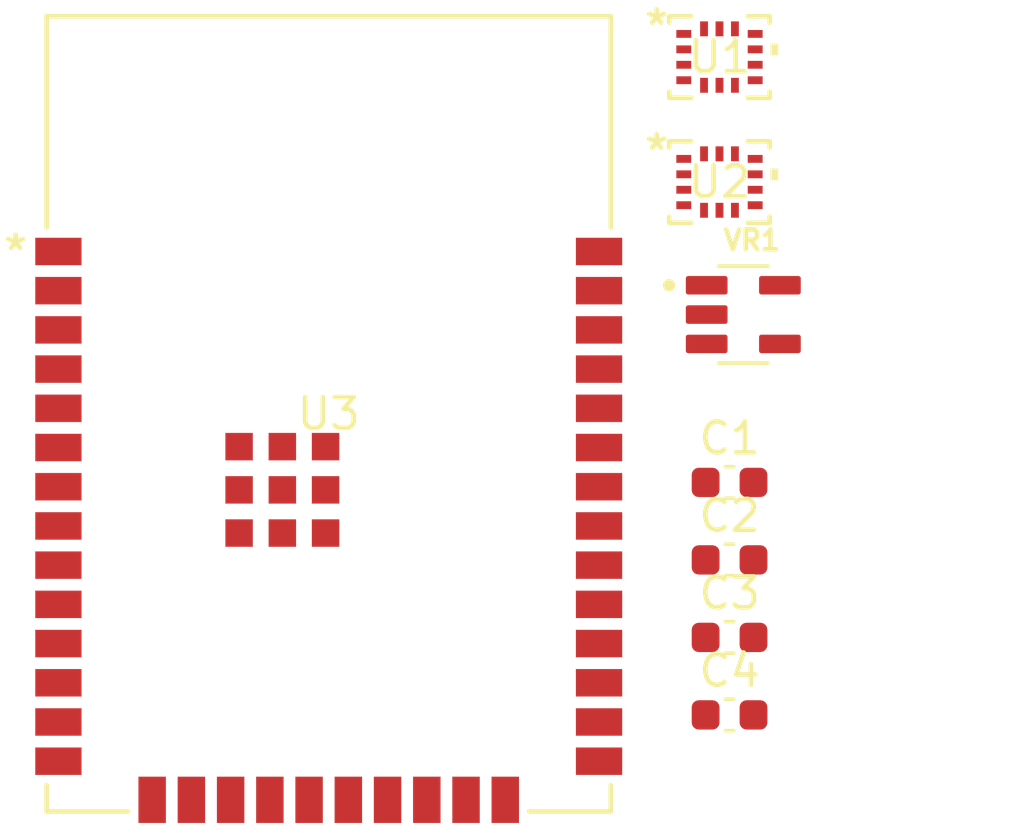
<source format=kicad_pcb>
(kicad_pcb (version 20241229) (generator "pcbnew") (generator_version "9.0")
  (layers (0 "F.Cu" signal) (2 "B.Cu" signal) (13 "F.Paste" user) (15 "B.Paste" user) (5 "F.SilkS" user "F.Silkscreen") (7 "B.SilkS" user "B.Silkscreen") (1 "F.Mask" user) (3 "B.Mask" user) (25 "Edge.Cuts" user))
  (net 0 "")
  (net 1 "Net-(M1-+)")
  (net 2 "/VCC")
  (net 3 "/BAT")
  (net 4 "GND")
  (net 5 "+1V0")
  (net 6 "Net-(M1--)")
  (net 7 "Net-(U1-IN2)")
  (net 8 "Net-(U1-IN1)")
  (net 9 "Net-(U2-SDX)")
  (net 12 "Net-(U2-INT1)")
  (net 14 "Net-(U2-INT2)")
  (net 15 "Net-(U2-SCX)")
  (net 33 "Net-(U3-3V3)")
  (footprint "AP7366_33W5_7:SOT95P285X140-5N" (layer "F.Cu") (at 161.6699 93.03434)
    (property "Reference" "VR1" (at 0.282 -2.4064 0) (layer "F.SilkS") (effects (font (size 0.64 0.64))))
    (property "Value" "AP7366-33W5-7")
    (fp_line (start -0.8 -1.57) (end 0.8 -1.57) (stroke (width 0.127)) (layer "F.SilkS"))
    (fp_line (start 0.8 1.57) (end -0.8 1.57) (stroke (width 0.127)) (layer "F.SilkS"))
    (fp_circle (center -2.4 -0.95) (end -2.3 -0.95) (stroke (width 0.2)) (fill no) (layer "F.SilkS"))
    (pad "1" smd roundrect (at -1.185 -0.95) (size 1.35 0.6) (layers "F.Cu" "F.Mask" "F.Paste") (roundrect_rratio 0.125) (net 3 "/BAT"))
    (pad "2" smd roundrect (at -1.185 0) (size 1.35 0.6) (layers "F.Cu" "F.Mask" "F.Paste") (roundrect_rratio 0.125) (net 4 "GND"))
    (pad "3" smd roundrect (at -1.185 0.95) (size 1.35 0.6) (layers "F.Cu" "F.Mask" "F.Paste") (roundrect_rratio 0.125) (net 3 "/BAT"))
    (pad "4" smd roundrect (at 1.185 0.95) (size 1.35 0.6) (layers "F.Cu" "F.Mask" "F.Paste") (roundrect_rratio 0.125))
    (pad "5" smd roundrect (at 1.185 -0.95) (size 1.35 0.6) (layers "F.Cu" "F.Mask" "F.Paste") (roundrect_rratio 0.125) (net 33 "Net-(U3-3V3)"))
  )
  (footprint "Bosch_IMU_footprints:BMI323_BOS" (layer "F.Cu") (at 160.8987 88.74134)
    (property "Reference" "U2" (at 0 0 0) (layer "F.SilkS"))
    (property "Value" "BMI323")
    (fp_line (start -1.6256 -1.3208) (end -1.6256 -1.118782) (stroke (width 0.1524)) (layer "F.SilkS"))
    (fp_line (start -1.6256 1.118782) (end -1.6256 1.3208) (stroke (width 0.1524)) (layer "F.SilkS"))
    (fp_line (start -1.6256 1.3208) (end -0.91589 1.3208) (stroke (width 0.1524)) (layer "F.SilkS"))
    (fp_line (start -0.91589 -1.3208) (end -1.6256 -1.3208) (stroke (width 0.1524)) (layer "F.SilkS"))
    (fp_line (start 0.91589 1.3208) (end 1.6256 1.3208) (stroke (width 0.1524)) (layer "F.SilkS"))
    (fp_line (start 1.6256 -1.3208) (end 0.91589 -1.3208) (stroke (width 0.1524)) (layer "F.SilkS"))
    (fp_line (start 1.6256 -1.118782) (end 1.6256 -1.3208) (stroke (width 0.1524)) (layer "F.SilkS"))
    (fp_line (start 1.6256 1.3208) (end 1.6256 1.118782) (stroke (width 0.1524)) (layer "F.SilkS"))
    (fp_poly (pts (xy 1.905 -0.4405) (xy 1.905 -0.059499) (xy 1.651 -0.059499) (xy 1.651 -0.4405)) (fill yes) (layer "F.SilkS"))
    (fp_text user "*" (at -2.032 -1 0) (layer "F.SilkS"))
    (fp_text user "*" (at -2.032 -1 0) (layer "F.SilkS"))
    (pad "1" smd rect (at -1.1557 -0.750001 90) (size 0.254 0.4826) (layers "F.Cu" "F.Mask" "F.Paste") (net 4 "GND"))
    (pad "2" smd rect (at -1.1557 -0.25 90) (size 0.254 0.4826) (layers "F.Cu" "F.Mask" "F.Paste"))
    (pad "3" smd rect (at -1.1557 0.25 90) (size 0.254 0.4826) (layers "F.Cu" "F.Mask" "F.Paste"))
    (pad "4" smd rect (at -1.1557 0.750001 90) (size 0.254 0.4826) (layers "F.Cu" "F.Mask" "F.Paste") (net 12 "Net-(U2-INT1)"))
    (pad "5" smd rect (at -0.499999 0.9144) (size 0.254 0.4826) (layers "F.Cu" "F.Mask" "F.Paste") (net 2 "/VCC"))
    (pad "6" smd rect (at 0 0.9144) (size 0.254 0.4826) (layers "F.Cu" "F.Mask" "F.Paste") (net 4 "GND"))
    (pad "7" smd rect (at 0.499999 0.9144) (size 0.254 0.4826) (layers "F.Cu" "F.Mask" "F.Paste") (net 4 "GND"))
    (pad "8" smd rect (at 1.1557 0.750001 90) (size 0.254 0.4826) (layers "F.Cu" "F.Mask" "F.Paste") (net 2 "/VCC"))
    (pad "9" smd rect (at 1.1557 0.25 90) (size 0.254 0.4826) (layers "F.Cu" "F.Mask" "F.Paste") (net 14 "Net-(U2-INT2)"))
    (pad "10" smd rect (at 1.1557 -0.25 90) (size 0.254 0.4826) (layers "F.Cu" "F.Mask" "F.Paste"))
    (pad "11" smd rect (at 1.1557 -0.750001 90) (size 0.254 0.4826) (layers "F.Cu" "F.Mask" "F.Paste"))
    (pad "12" smd rect (at 0.499999 -0.9144) (size 0.254 0.4826) (layers "F.Cu" "F.Mask" "F.Paste") (net 2 "/VCC"))
    (pad "13" smd rect (at 0 -0.9144) (size 0.254 0.4826) (layers "F.Cu" "F.Mask" "F.Paste") (net 15 "Net-(U2-SCX)"))
    (pad "14" smd rect (at -0.499999 -0.9144) (size 0.254 0.4826) (layers "F.Cu" "F.Mask" "F.Paste") (net 9 "Net-(U2-SDX)"))
  )
  (footprint "Capacitor_SMD:C_0603_1608Metric" (layer "F.Cu") (at 161.225 103.49)
    (property "Reference" "C3" (at 0 -1.43 0) (layer "F.SilkS"))
    (property "Value" "0.1uF")
    (fp_line (start -0.14058 -0.51) (end 0.14058 -0.51) (stroke (width 0.12)) (layer "F.SilkS"))
    (fp_line (start -0.14058 0.51) (end 0.14058 0.51) (stroke (width 0.12)) (layer "F.SilkS"))
    (pad "1" smd roundrect (at -0.775 0) (size 0.9 0.95) (layers "F.Cu" "F.Mask" "F.Paste") (net 2 "/VCC"))
    (pad "2" smd roundrect (at 0.775 0) (size 0.9 0.95) (layers "F.Cu" "F.Mask" "F.Paste") (net 4 "GND"))
  )
  (footprint "Capacitor_SMD:C_0603_1608Metric" (layer "F.Cu") (at 161.225 106)
    (property "Reference" "C4" (at 0 -1.43 0) (layer "F.SilkS"))
    (property "Value" "0.1uF")
    (fp_line (start -0.14058 -0.51) (end 0.14058 -0.51) (stroke (width 0.12)) (layer "F.SilkS"))
    (fp_line (start -0.14058 0.51) (end 0.14058 0.51) (stroke (width 0.12)) (layer "F.SilkS"))
    (pad "1" smd roundrect (at -0.775 0) (size 0.9 0.95) (layers "F.Cu" "F.Mask" "F.Paste") (net 3 "/BAT"))
    (pad "2" smd roundrect (at 0.775 0) (size 0.9 0.95) (layers "F.Cu" "F.Mask" "F.Paste") (net 4 "GND"))
  )
  (footprint "DRV8210PDSGRfootprints:BMI323_BOS" (layer "F.Cu") (at 160.8987 84.69334)
    (property "Reference" "U1" (at 0 0 0) (layer "F.SilkS"))
    (property "Value" "DRV8210PDSGR")
    (fp_line (start -1.6256 -1.3208) (end -1.6256 -1.118782) (stroke (width 0.1524)) (layer "F.SilkS"))
    (fp_line (start -1.6256 1.118782) (end -1.6256 1.3208) (stroke (width 0.1524)) (layer "F.SilkS"))
    (fp_line (start -1.6256 1.3208) (end -0.91589 1.3208) (stroke (width 0.1524)) (layer "F.SilkS"))
    (fp_line (start -0.91589 -1.3208) (end -1.6256 -1.3208) (stroke (width 0.1524)) (layer "F.SilkS"))
    (fp_line (start 0.91589 1.3208) (end 1.6256 1.3208) (stroke (width 0.1524)) (layer "F.SilkS"))
    (fp_line (start 1.6256 -1.3208) (end 0.91589 -1.3208) (stroke (width 0.1524)) (layer "F.SilkS"))
    (fp_line (start 1.6256 -1.118782) (end 1.6256 -1.3208) (stroke (width 0.1524)) (layer "F.SilkS"))
    (fp_line (start 1.6256 1.3208) (end 1.6256 1.118782) (stroke (width 0.1524)) (layer "F.SilkS"))
    (fp_poly (pts (xy 1.905 -0.4405) (xy 1.905 -0.059499) (xy 1.651 -0.059499) (xy 1.651 -0.4405)) (fill yes) (layer "F.SilkS"))
    (fp_text user "*" (at -2.032 -1 0) (layer "F.SilkS"))
    (fp_text user "*" (at -2.032 -1 0) (layer "F.SilkS"))
    (pad "1" smd rect (at -1.1557 -0.750001 90) (size 0.254 0.4826) (layers "F.Cu" "F.Mask" "F.Paste") (net 3 "/BAT"))
    (pad "2" smd rect (at -1.1557 -0.25 90) (size 0.254 0.4826) (layers "F.Cu" "F.Mask" "F.Paste") (net 1 "Net-(M1-+)"))
    (pad "3" smd rect (at -1.1557 0.25 90) (size 0.254 0.4826) (layers "F.Cu" "F.Mask" "F.Paste") (net 6 "Net-(M1--)"))
    (pad "4" smd rect (at -1.1557 0.750001 90) (size 0.254 0.4826) (layers "F.Cu" "F.Mask" "F.Paste") (net 4 "GND"))
    (pad "5" smd rect (at -0.499999 0.9144) (size 0.254 0.4826) (layers "F.Cu" "F.Mask" "F.Paste") (net 7 "Net-(U1-IN2)"))
    (pad "6" smd rect (at 0 0.9144) (size 0.254 0.4826) (layers "F.Cu" "F.Mask" "F.Paste") (net 8 "Net-(U1-IN1)"))
    (pad "7" smd rect (at 0.499999 0.9144) (size 0.254 0.4826) (layers "F.Cu" "F.Mask" "F.Paste") (net 5 "+1V0"))
    (pad "8" smd rect (at 1.1557 0.750001 90) (size 0.254 0.4826) (layers "F.Cu" "F.Mask" "F.Paste") (net 2 "/VCC"))
    (pad "9" smd rect (at 1.1557 0.25 90) (size 0.254 0.4826) (layers "F.Cu" "F.Mask" "F.Paste") (net 4 "GND"))
    (pad "10" smd rect (at 1.1557 -0.25 90) (size 0.254 0.4826) (layers "F.Cu" "F.Mask" "F.Paste"))
    (pad "11" smd rect (at 1.1557 -0.750001 90) (size 0.254 0.4826) (layers "F.Cu" "F.Mask" "F.Paste"))
    (pad "12" smd rect (at 0.499999 -0.9144) (size 0.254 0.4826) (layers "F.Cu" "F.Mask" "F.Paste"))
    (pad "13" smd rect (at 0 -0.9144) (size 0.254 0.4826) (layers "F.Cu" "F.Mask" "F.Paste"))
    (pad "14" smd rect (at -0.499999 -0.9144) (size 0.254 0.4826) (layers "F.Cu" "F.Mask" "F.Paste"))
  )
  (footprint "Capacitor_SMD:C_0603_1608Metric" (layer "F.Cu") (at 161.225 100.98)
    (property "Reference" "C2" (at 0 -1.43 0) (layer "F.SilkS"))
    (property "Value" "1uF")
    (fp_line (start -0.14058 -0.51) (end 0.14058 -0.51) (stroke (width 0.12)) (layer "F.SilkS"))
    (fp_line (start -0.14058 0.51) (end 0.14058 0.51) (stroke (width 0.12)) (layer "F.SilkS"))
    (pad "1" smd roundrect (at -0.775 0) (size 0.9 0.95) (layers "F.Cu" "F.Mask" "F.Paste") (net 3 "/BAT"))
    (pad "2" smd roundrect (at 0.775 0) (size 0.9 0.95) (layers "F.Cu" "F.Mask" "F.Paste") (net 4 "GND"))
  )
  (footprint "Capacitor_SMD:C_0603_1608Metric" (layer "F.Cu") (at 161.225 98.47)
    (property "Reference" "C1" (at 0 -1.43 0) (layer "F.SilkS"))
    (property "Value" "1uF")
    (fp_line (start -0.14058 -0.51) (end 0.14058 -0.51) (stroke (width 0.12)) (layer "F.SilkS"))
    (fp_line (start -0.14058 0.51) (end 0.14058 0.51) (stroke (width 0.12)) (layer "F.SilkS"))
    (pad "1" smd roundrect (at -0.775 0) (size 0.9 0.95) (layers "F.Cu" "F.Mask" "F.Paste") (net 33 "Net-(U3-3V3)"))
    (pad "2" smd roundrect (at 0.775 0) (size 0.9 0.95) (layers "F.Cu" "F.Mask" "F.Paste") (net 4 "GND"))
  )
  (footprint "ESP32footprints:ESP32­WROOM­32E_EXP" (layer "F.Cu") (at 148.2497 96.25034)
    (property "Reference" "U3" (at 0 0 0) (layer "F.SilkS"))
    (property "Value" "ESP32-WROOM-32E 4MB")
    (fp_line (start -9.1313 -12.8778) (end -9.1313 -6.03758) (stroke (width 0.1524)) (layer "F.SilkS"))
    (fp_line (start -9.1313 12.0269) (end -9.1313 12.8778) (stroke (width 0.1524)) (layer "F.SilkS"))
    (fp_line (start -9.1313 12.8778) (end -6.49224 12.8778) (stroke (width 0.1524)) (layer "F.SilkS"))
    (fp_line (start 6.49224 12.8778) (end 9.1313 12.8778) (stroke (width 0.1524)) (layer "F.SilkS"))
    (fp_line (start 9.1313 -12.8778) (end -9.1313 -12.8778) (stroke (width 0.1524)) (layer "F.SilkS"))
    (fp_line (start 9.1313 -6.03758) (end 9.1313 -12.8778) (stroke (width 0.1524)) (layer "F.SilkS"))
    (fp_line (start 9.1313 12.8778) (end 9.1313 12.0269) (stroke (width 0.1524)) (layer "F.SilkS"))
    (fp_text user "*" (at -10.1346 -5.26034 0) (layer "F.SilkS"))
    (fp_text user "*" (at -10.1346 -5.26034 0) (layer "F.SilkS"))
    (pad "1" smd rect (at -8.7503 -5.26034) (size 1.4986 0.889) (layers "F.Cu" "F.Mask" "F.Paste") (net 4 "GND"))
    (pad "2" smd rect (at -8.7503 -3.99034) (size 1.4986 0.889) (layers "F.Cu" "F.Mask" "F.Paste") (net 33 "Net-(U3-3V3)"))
    (pad "3" smd rect (at -8.7503 -2.72034) (size 1.4986 0.889) (layers "F.Cu" "F.Mask" "F.Paste") (net 33 "Net-(U3-3V3)"))
    (pad "4" smd rect (at -8.7503 -1.45034) (size 1.4986 0.889) (layers "F.Cu" "F.Mask" "F.Paste"))
    (pad "5" smd rect (at -8.7503 -0.18034) (size 1.4986 0.889) (layers "F.Cu" "F.Mask" "F.Paste"))
    (pad "6" smd rect (at -8.7503 1.08966) (size 1.4986 0.889) (layers "F.Cu" "F.Mask" "F.Paste"))
    (pad "7" smd rect (at -8.7503 2.35966) (size 1.4986 0.889) (layers "F.Cu" "F.Mask" "F.Paste"))
    (pad "8" smd rect (at -8.7503 3.62966) (size 1.4986 0.889) (layers "F.Cu" "F.Mask" "F.Paste"))
    (pad "9" smd rect (at -8.7503 4.89966) (size 1.4986 0.889) (layers "F.Cu" "F.Mask" "F.Paste"))
    (pad "10" smd rect (at -8.7503 6.16966) (size 1.4986 0.889) (layers "F.Cu" "F.Mask" "F.Paste"))
    (pad "11" smd rect (at -8.7503 7.43966) (size 1.4986 0.889) (layers "F.Cu" "F.Mask" "F.Paste"))
    (pad "12" smd rect (at -8.7503 8.70966) (size 1.4986 0.889) (layers "F.Cu" "F.Mask" "F.Paste"))
    (pad "13" smd rect (at -8.7503 9.97966) (size 1.4986 0.889) (layers "F.Cu" "F.Mask" "F.Paste"))
    (pad "14" smd rect (at -8.7503 11.24966) (size 1.4986 0.889) (layers "F.Cu" "F.Mask" "F.Paste"))
    (pad "15" smd rect (at -5.715 12.50061 90) (size 1.4986 0.889) (layers "F.Cu" "F.Mask" "F.Paste") (net 4 "GND"))
    (pad "16" smd rect (at -4.445 12.50061 90) (size 1.4986 0.889) (layers "F.Cu" "F.Mask" "F.Paste"))
    (pad "17" smd rect (at -3.175 12.50061 90) (size 1.4986 0.889) (layers "F.Cu" "F.Mask" "F.Paste"))
    (pad "18" smd rect (at -1.905 12.50061 90) (size 1.4986 0.889) (layers "F.Cu" "F.Mask" "F.Paste"))
    (pad "19" smd rect (at -0.635 12.50061 90) (size 1.4986 0.889) (layers "F.Cu" "F.Mask" "F.Paste"))
    (pad "20" smd rect (at 0.635 12.50061 90) (size 1.4986 0.889) (layers "F.Cu" "F.Mask" "F.Paste"))
    (pad "21" smd rect (at 1.905 12.50061 90) (size 1.4986 0.889) (layers "F.Cu" "F.Mask" "F.Paste"))
    (pad "22" smd rect (at 3.175 12.50061 90) (size 1.4986 0.889) (layers "F.Cu" "F.Mask" "F.Paste"))
    (pad "23" smd rect (at 4.445 12.50061 90) (size 1.4986 0.889) (layers "F.Cu" "F.Mask" "F.Paste"))
    (pad "24" smd rect (at 5.715 12.50061 90) (size 1.4986 0.889) (layers "F.Cu" "F.Mask" "F.Paste") (net 7 "Net-(U1-IN2)"))
    (pad "25" smd rect (at 8.7503 11.24966) (size 1.4986 0.889) (layers "F.Cu" "F.Mask" "F.Paste"))
    (pad "26" smd rect (at 8.7503 9.97966) (size 1.4986 0.889) (layers "F.Cu" "F.Mask" "F.Paste") (net 15 "Net-(U2-SCX)"))
    (pad "27" smd rect (at 8.7503 8.70966) (size 1.4986 0.889) (layers "F.Cu" "F.Mask" "F.Paste") (net 9 "Net-(U2-SDX)"))
    (pad "28" smd rect (at 8.7503 7.43966) (size 1.4986 0.889) (layers "F.Cu" "F.Mask" "F.Paste"))
    (pad "29" smd rect (at 8.7503 6.16966) (size 1.4986 0.889) (layers "F.Cu" "F.Mask" "F.Paste") (net 14 "Net-(U2-INT2)"))
    (pad "30" smd rect (at 8.7503 4.89966) (size 1.4986 0.889) (layers "F.Cu" "F.Mask" "F.Paste"))
    (pad "31" smd rect (at 8.7503 3.62966) (size 1.4986 0.889) (layers "F.Cu" "F.Mask" "F.Paste"))
    (pad "32" smd rect (at 8.7503 2.35966) (size 1.4986 0.889) (layers "F.Cu" "F.Mask" "F.Paste"))
    (pad "33" smd rect (at 8.7503 1.08966) (size 1.4986 0.889) (layers "F.Cu" "F.Mask" "F.Paste"))
    (pad "34" smd rect (at 8.7503 -0.18034) (size 1.4986 0.889) (layers "F.Cu" "F.Mask" "F.Paste") (net 12 "Net-(U2-INT1)"))
    (pad "35" smd rect (at 8.7503 -1.45034) (size 1.4986 0.889) (layers "F.Cu" "F.Mask" "F.Paste") (net 8 "Net-(U1-IN1)"))
    (pad "36" smd rect (at 8.7503 -2.72034) (size 1.4986 0.889) (layers "F.Cu" "F.Mask" "F.Paste"))
    (pad "37" smd rect (at 8.7503 -3.99034) (size 1.4986 0.889) (layers "F.Cu" "F.Mask" "F.Paste"))
    (pad "38" smd rect (at 8.7503 -5.26034) (size 1.4986 0.889) (layers "F.Cu" "F.Mask" "F.Paste") (net 4 "GND"))
    (pad "39" smd rect (at -1.50114 2.46126) (size 0.889 0.889) (layers "F.Cu" "F.Mask" "F.Paste") (net 4 "GND"))
    (pad "40" smd rect (at -2.90068 1.06172) (size 0.889 0.889) (layers "F.Cu" "F.Mask" "F.Paste") (net 4 "GND"))
    (pad "41" smd rect (at -2.90068 2.46126) (size 0.889 0.889) (layers "F.Cu" "F.Mask" "F.Paste") (net 4 "GND"))
    (pad "42" smd rect (at -2.90068 3.8608) (size 0.889 0.889) (layers "F.Cu" "F.Mask" "F.Paste") (net 4 "GND"))
    (pad "43" smd rect (at -1.50114 3.8608) (size 0.889 0.889) (layers "F.Cu" "F.Mask" "F.Paste") (net 4 "GND"))
    (pad "44" smd rect (at -0.1016 3.8608) (size 0.889 0.889) (layers "F.Cu" "F.Mask" "F.Paste") (net 4 "GND"))
    (pad "45" smd rect (at -0.1016 2.46126) (size 0.889 0.889) (layers "F.Cu" "F.Mask" "F.Paste") (net 4 "GND"))
    (pad "46" smd rect (at -0.1016 1.06172) (size 0.889 0.889) (layers "F.Cu" "F.Mask" "F.Paste") (net 4 "GND"))
    (pad "47" smd rect (at -1.50114 1.06172) (size 0.889 0.889) (layers "F.Cu" "F.Mask" "F.Paste") (net 4 "GND"))
  )
)
</source>
